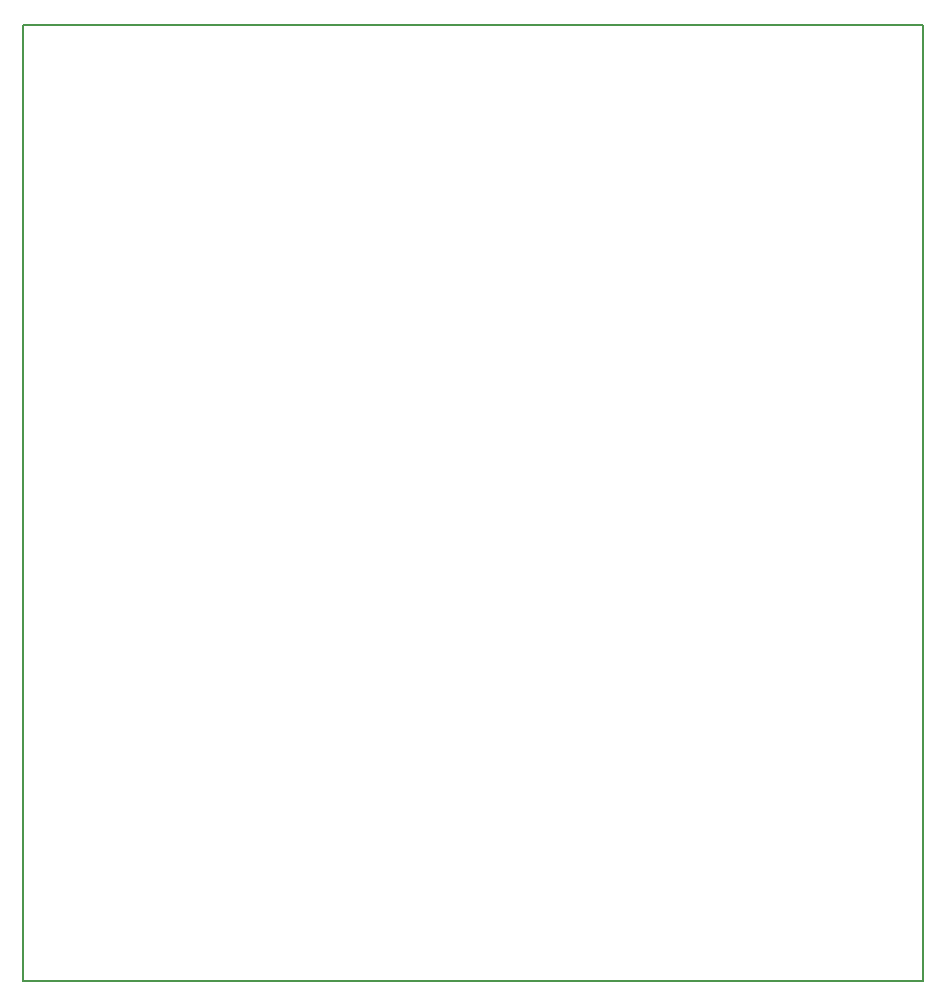
<source format=gbr>
G04 DipTrace 3.3.1.3*
G04 BoardOutline.gbr*
%MOMM*%
G04 #@! TF.FileFunction,Profile*
G04 #@! TF.Part,Single*
%ADD11C,0.14*%
%FSLAX35Y35*%
G04*
G71*
G90*
G75*
G01*
G04 BoardOutline*
%LPD*%
X8620000Y9096250D2*
D11*
X1000000D1*
Y1000000D1*
X8620000D1*
Y9096250D1*
M02*

</source>
